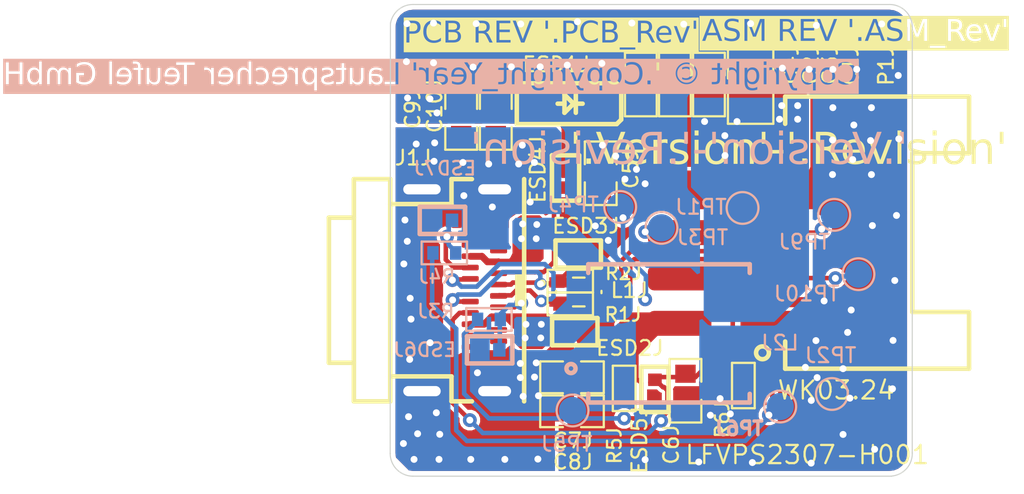
<source format=kicad_pcb>
(kicad_pcb (version 20240108) (generator "pcbnew") (generator_version "8.0")
  (layers (0 "F.Cu" signal "Component Side") (31 "B.Cu" signal "Solder Side") (34 "B.Paste" user "Bottom Paste") (35 "F.Paste" user "Top Paste") (36 "B.SilkS" user "Bottom Overlay") (37 "F.SilkS" user "Top Overlay") (38 "B.Mask" user "Bottom Solder") (39 "F.Mask" user "Top Solder") (44 "Edge.Cuts" user))
  (property "APPROVEDBY" "=SCH_Approver")
  (property "CHECKEDBY" "=SCH_Checker")
  (property "CONFIGURATIONPARAMETERS" "")
  (property "CONFIGURATORNAME" "")
  (property "DOCUMENTNUMBER" "1")
  (property "DRAWNBY" "=SCH_Designer")
  (property "ISSUE DATE" "=ISSUE_DATE")
  (property "ISUSERCONFIGURABLE" "")
  (property "MODEL NO." "=Model_NO")
  (property "REV DATE" "=REV_DATE")
  (property "SHEETSYMBOLDESIGNATOR" "")
  (property "SHEETTOTAL" "1")
  (property "SPICEMODELCACHE" "")
  (property "VERSIONCONTROL_PROJFOLDERREVNUMBER" "")
  (property "VERSIONCONTROL_PROJFOLDERREVNUMBERSHORT" "")
  (property "VERSIONCONTROL_REVNUMBER" "")
  (property "VERSIONCONTROL_REVNUMBERSHORT" "")
  (net 0 "")
  (net 1 "USB-CC1")
  (net 2 "NetESD7J_2")
  (net 3 "NetESD6J_2")
  (net 4 "USB_SBU2")
  (net 5 "USB_SBU1")
  (net 6 "USB_J_P")
  (net 7 "USB_J_N")
  (net 8 "NetJ1J_A4")
  (net 9 "NetC7J_1")
  (net 10 "VBUS_C")
  (net 11 "USB-CC2")
  (net 12 "D2_1_P")
  (net 13 "D2_1_N")
  (net 14 "GND")
  (footprint "passive.PcbLib:Teufel_NoLogo" (layer "F.Cu") (at 145.3835 101.882211)
    (property "Reference" "Teufel_PCB_Logo1K" (hide yes))
    (property "Value" "T.3.0.0040-3.2" (hide yes))
  )
  (footprint "Vault:C0603X100" (layer "F.Cu") (at 140.12831 99.613211 90)
    (property "Reference" "C9J")
    (property "Value" "1nF" (hide yes))
  )
  (footprint "Vault:DFN2_100X60X50_65" (layer "F.Cu") (at 145.13351 109.032211 180)
    (property "Reference" "ESD2J")
    (property "Value" "CESD0501CU" (hide yes))
  )
  (footprint "Vault:DFN2_100X60X50_65" (layer "F.Cu") (at 145.28351 105.607211 180)
    (property "Reference" "ESD3J")
    (property "Value" "CESD0501CU" (hide yes))
  )
  (footprint "Vault:C0805_145" (layer "F.Cu") (at 152.87911 98.165411 90)
    (property "Reference" "C1J")
    (property "Value" "2.2uF" (hide yes))
  )
  (footprint "Vault:C0603X80" (layer "F.Cu") (at 150.00851 111.632211 -90)
    (property "Reference" "C6J")
    (property "Value" "470pF" (hide yes))
  )
  (footprint "Vault:C0603X100" (layer "F.Cu") (at 141.65231 99.613211 90)
    (property "Reference" "C10J")
    (property "Value" "100nF" (hide yes))
  )
  (footprint "Vault:C0603X100" (layer "F.Cu") (at 145.00511 112.541811)
    (property "Reference" "C8J")
    (property "Value" "100nF" (hide yes))
  )
  (footprint "Vault:C0603X100" (layer "F.Cu") (at 148.04296 98.138211 90)
    (property "Reference" "C4J")
    (property "Value" "10nF" (hide yes))
  )
  (footprint "Vault:R0402" (layer "F.Cu") (at 147.3085 111.532211 90)
    (property "Reference" "R5J")
    (property "Value" "NC" (hide yes))
  )
  (footprint "Vault:CET2012D" (layer "F.Cu") (at 145.30851 107.282211)
    (property "Reference" "L1J")
    (property "Value" "90R" (hide yes))
  )
  (footprint "Vault:USB_TYPE_C_HC_0768" (layer "F.Cu") (at 138.4011 107.203611 -90)
    (property "Reference" "J1J")
    (property "Value" "NG-HC-0412" (hide yes))
  )
  (footprint "Vault:R0402" (layer "F.Cu") (at 144.93351 106.801411)
    (property "Reference" "R2J")
    (property "Value" "0R" (hide yes))
  )
  (footprint "Vault:Teufel_PCB_Rev" (layer "F.Cu") (at 129.05096 99.303611)
    (property "Reference" "Teufel_PCB_Label1J" (hide yes))
    (property "Value" "3.2" (hide yes))
  )
  (footprint "Vault:WB200AW_2x5P" (layer "F.Cu") (at 151.80096 104.663621 90)
    (property "Reference" "P1J")
    (property "Value" "WB200AW-10" (hide yes))
  )
  (footprint "Vault:DFN2_100X60X50_65" (layer "F.Cu") (at 148.66271 111.577621 -90)
    (property "Reference" "ESD5J")
    (property "Value" "CESD0501CU" (hide yes))
  )
  (footprint "Vault:R0402" (layer "F.Cu") (at 144.93351 107.807211)
    (property "Reference" "R1J")
    (property "Value" "0R" (hide yes))
  )
  (footprint "Vault:C0603X80" (layer "F.Cu") (at 146.27511 102.051611 90)
    (property "Reference" "C5J")
    (property "Value" "470pF" (hide yes))
  )
  (footprint "Vault:C0603X100" (layer "F.Cu") (at 145.00511 111.043211)
    (property "Reference" "C7J")
    (property "Value" "1nF" (hide yes))
  )
  (footprint "Vault:R0402" (layer "F.Cu") (at 152.55851 111.407211 90)
    (property "Reference" "R6J")
    (property "Value" "NC" (hide yes))
  )
  (footprint "Vault:C0603X100" (layer "F.Cu") (at 149.54296 98.138211 90)
    (property "Reference" "C2J")
    (property "Value" "100nF" (hide yes))
  )
  (footprint "Vault:SOD-123FL" (layer "F.Cu") (at 144.87811 98.978211 180)
    (property "Reference" "ESD1J")
    (property "Value" "SMF26AL" (hide yes))
  )
  (footprint "Vault:C0603X100" (layer "F.Cu") (at 151.04296 98.138211 90)
    (property "Reference" "C3J")
    (property "Value" "10nF" (hide yes))
  )
  (footprint "Vault:DFN2_100X60X50_65" (layer "F.Cu") (at 144.72571 102.254811 90)
    (property "Reference" "ESD4J")
    (property "Value" "CESD0501CU" (hide yes))
  )
  (footprint "Vault:TEUFEL_COPYRIGHT" (layer "F.Cu") (at 163.2835 115.382211 90)
    (property "Reference" "Teufel_Copyright1K" (hide yes))
    (property "Value" "2023" (hide yes))
  )
  (footprint "Vault:TP120" (layer "B.Cu") (at 157.62891 106.496611 90)
    (property "Reference" "TP10J")
    (property "Value" "TP12" (hide yes))
  )
  (footprint "Vault:DFN2_100X60X50_65" (layer "B.Cu") (at 139.3011 104.123611)
    (property "Reference" "ESD7J")
    (property "Value" "CESD0501CU" (hide yes))
  )
  (footprint "Vault:TP120" (layer "B.Cu") (at 156.56211 103.880411 90)
    (property "Reference" "TP9J")
    (property "Value" "TP12" (hide yes))
  )
  (footprint "Vault:TP120" (layer "B.Cu") (at 156.46051 111.779811 90)
    (property "Reference" "TP2J")
    (property "Value" "TP12" (hide yes))
  )
  (footprint "Vault:TP120" (layer "B.Cu") (at 152.52351 103.575611 90)
    (property "Reference" "TP1J")
    (property "Value" "TP12" (hide yes))
  )
  (footprint "Vault:TP120" (layer "B.Cu") (at 154.1835 112.332211 90)
    (property "Reference" "TP6J")
    (property "Value" "TP12" (hide yes))
  )
  (footprint "Vault:Teufel_ASM_Rev" (layer "B.Cu") (at 159.93351 109.107211 180)
    (property "Reference" "Teufel_ASM_Label1J" (hide yes))
    (property "Value" "3.2" (hide yes))
  )
  (footprint "Vault:DFN2_100X60X50_65" (layer "B.Cu") (at 141.38351 109.832211)
    (property "Reference" "ESD6J")
    (property "Value" "CESD0501CU" (hide yes))
  )
  (footprint "Vault:TP120" (layer "B.Cu") (at 147.13351 103.532211 90)
    (property "Reference" "TP4J")
    (property "Value" "TP12" (hide yes))
  )
  (footprint "Vault:R0402" (layer "B.Cu") (at 141.3511 108.490961 180)
    (property "Reference" "R3J")
    (property "Value" "0R" (hide yes))
  )
  (footprint "Vault:DU_IND_SMD_SCM7060" (layer "B.Cu") (at 149.2835 109.107211)
    (property "Reference" "L2J")
    (property "Value" "700R" (hide yes))
  )
  (footprint "Vault:TP120" (layer "B.Cu") (at 148.9511 104.452981 90)
    (property "Reference" "TP3J")
    (property "Value" "TP12" (hide yes))
  )
  (footprint "Vault:R0402" (layer "B.Cu") (at 139.3843 105.558611 180)
    (property "Reference" "R4J")
    (property "Value" "0R" (hide yes))
  )
  (footprint "Vault:TP120" (layer "B.Cu") (at 145.03351 112.507211 90)
    (property "Reference" "TP5J")
    (property "Value" "TP12" (hide yes))
  )
  (gr_poly (pts (xy 151.98338 102.263621) (xy 152.58881 102.151061) (xy 152.46548 103.012451) (xy 151.95166 102.763621)) (fill solid) (layer "F.Cu") (net 14))
  (gr_poly (pts (xy 151.65025 102.763621) (xy 151.13643 103.012451) (xy 151.0131 102.151061) (xy 151.61854 102.263621)) (fill solid) (layer "F.Cu") (net 14))
  (gr_poly (pts (xy 146.7577 98.190811) (xy 155.35096 98.190811) (xy 155.35096 101.763631) (xy 148.50171 101.763621) (xy 146.35096 99.612861) (xy 146.35096 98.597561)) (fill solid) (layer "F.Cu") (net 10))
  (gr_poly (pts (xy 142.74451 109.773211) (xy 142.76991 109.798611) (xy 143.70971 109.798611) (xy 144.00851 109.499811) (xy 144.00851 108.232211) (xy 142.38236 108.232211) (xy 142.23595 108.378621) (xy 142.05611 108.378621) (xy 142.05611 108.526011) (xy 142.51591 108.985811) (xy 142.51591 109.570011) (xy 142.74451 109.798611)) (fill solid) (layer "F.Cu") (net 8))
  (gr_poly (pts (xy 149.3335 108.257211) (xy 149.25851 108.182211) (xy 147.53351 108.182211) (xy 147.03351 108.682211) (xy 147.03351 111.157211) (xy 147.10851 111.232211) (xy 147.1335 111.207211) (xy 147.77492 111.207211) (xy 147.8085 111.173631) (xy 147.94555 111.173631) (xy 147.94555 110.045171) (xy 148.9085 109.082211) (xy 149.70851 109.082211) (xy 149.9085 108.882211) (xy 149.60851 108.582211) (xy 149.60851 108.307211)) (fill solid) (layer "F.Cu") (net 5))
  (gr_poly (pts (xy 151.14912 99.765451) (xy 151.11351 100.251471) (xy 150.50025 100.117361) (xy 150.54912 99.765451)) (fill solid) (layer "F.Cu") (net 10))
  (gr_poly (pts (xy 150.47175 99.692691) (xy 151.0131 100.151071) (xy 149.7677 100.117361) (xy 149.90628 99.975741)) (fill solid) (layer "F.Cu") (net 10))
  (gr_poly (pts (xy 152.43351 110.835061) (xy 152.75565 111.157211) (xy 153.9053 111.157211) (xy 153.9053 108.954001) (xy 153.1441 108.192811) (xy 152.4335 108.192801)) (fill solid) (layer "F.Cu") (net 4))
  (gr_poly (pts (xy 142.19644 105.958561) (xy 142.38891 105.570991) (xy 142.38891 104.148621) (xy 142.75196 103.900721) (xy 143.59152 103.900721) (xy 143.7585 104.067701) (xy 143.75851 105.812811) (xy 143.45571 106.115611) (xy 142.35351 106.115621)) (fill solid) (layer "F.Cu") (net 8))
  (gr_poly (pts (xy 150.81145 103.224111) (xy 150.25096 102.663611) (xy 150.25096 98.713611) (xy 155.45096 98.713611) (xy 155.45096 107.074361) (xy 153.9217 108.603611) (xy 151.10645 108.603611) (xy 150.81146 108.308621)) (fill solid) (layer "B.Cu") (net 10))
  (gr_poly (pts (xy 156.19639 97.713611) (xy 155.51259 97.942381) (xy 155.51259 96.984841) (xy 156.19639 97.213611)) (fill solid) (layer "B.Cu") (net 14))
  (gr_poly (pts (xy 142.65851 104.007211) (xy 144.77019 104.007211) (xy 146.7202 105.957211) (xy 147.18351 106.420521) (xy 147.18351 108.282211) (xy 146.83351 108.632211) (xy 146.00851 108.632211) (xy 144.95851 109.682211) (xy 142.63351 109.682211) (xy 142.45851 109.507211) (xy 142.45851 108.471211) (xy 142.5511 108.378611) (xy 144.0371 108.378611) (xy 144.77019 107.645531) (xy 144.77019 106.093901) (xy 144.0835 105.407211) (xy 142.68351 105.407211) (xy 142.38351 105.107211) (xy 142.38351 104.157211) (xy 142.53351 104.007211)) (fill solid) (layer "B.Cu") (net 8))
  (gr_arc (start 160.0011 114.403611) (mid 159.73972 115.077697) (end 159.092259 115.399447) (stroke (width 0.05)) (layer "Edge.Cuts"))
  (gr_line (start 159.09226 115.399451) (end 159.0743 115.403611) (stroke (width 0.05)) (layer "Edge.Cuts"))
  (gr_line (start 137.01203 95.413431) (end 137.01935 95.413436) (stroke (width 0.05)) (layer "Edge.Cuts"))
  (gr_line (start 159.0743 115.403611) (end 138.001101 115.403611) (stroke (width 0.05)) (layer "Edge.Cuts"))
  (gr_arc (start 137.01935 95.413436) (mid 137.364763 94.832174) (end 138.0011 94.603611) (stroke (width 0.05)) (layer "Edge.Cuts"))
  (gr_arc (start 159.0011 94.603611) (mid 159.708186 94.89651) (end 160.0011 95.603611) (stroke (width 0.05)) (layer "Edge.Cuts"))
  (gr_line (start 160.0011 95.603611) (end 159.99892 114.355211) (stroke (width 0.05)) (layer "Edge.Cuts"))
  (gr_line (start 159.99892 114.355211) (end 160.0011 114.403611) (stroke (width 0.05)) (layer "Edge.Cuts"))
  (gr_line (start 137.0011 114.403612) (end 137.0011 114.403611) (stroke (width 0.05)) (layer "Edge.Cuts"))
  (gr_arc (start 138.001101 115.403611) (mid 137.293973 115.110724) (end 137.0011 114.403612) (stroke (width 0.05)) (layer "Edge.Cuts"))
  (gr_line (start 138.0011 94.603611) (end 159.0011 94.603611) (stroke (width 0.05)) (layer "Edge.Cuts"))
  (gr_line (start 137.0011 114.403611) (end 137.01203 95.413431) (stroke (width 0.05)) (layer "Edge.Cuts"))
  (gr_line (start 159.092259 115.399447) (end 159.09226 115.399451) (stroke (width 0.05)) (layer "Edge.Cuts"))
  (gr_text "WK03.24" (at 154.00851 112.080211 0) (layer "F.SilkS") (effects (font (size 0.8 0.8) (thickness 0.1)) (justify left bottom)))
  (gr_text "LFVPS2307-H001" (at 149.93351 114.930211 0) (layer "F.SilkS") (effects (font (size 0.8 0.8) (thickness 0.1)) (justify left bottom)))
  (segment (start 145.05096 102.663611) (end 146.27511 102.663611) (width 0.2) (layer "F.Cu") (net 1))
  (segment (start 144.72571 102.688611) (end 145.05096 102.688611) (width 0.2) (layer "F.Cu") (net 1))
  (segment (start 144.21771 102.971971) (end 144.33486 102.854811) (width 0.2) (layer "F.Cu") (net 1))
  (segment (start 148.23351 107.607211) (end 148.23351 106.907211) (width 0.2) (layer "F.Cu") (net 1))
  (segment (start 143.38226 106.403611) (end 143.7621 106.403611) (width 0.2) (layer "F.Cu") (net 1))
  (segment (start 147.18013 103.928841) (end 147.18013 103.651691) (width 0.2) (layer "F.Cu") (net 1))
  (segment (start 143.37726 106.408611) (end 143.38226 106.403611) (width 0.2) (layer "F.Cu") (net 1))
  (segment (start 143.7621 106.403611) (end 144.21771 105.948011) (width 0.2) (layer "F.Cu") (net 1))
  (segment (start 148.23351 106.907211) (end 148.47711 106.663611) (width 0.2) (layer "F.Cu") (net 1))
  (segment (start 147.18013 103.928841) (end 147.2585 104.007211) (width 0.2) (layer "F.Cu") (net 1))
  (segment (start 144.33486 102.854811) (end 144.55951 102.854811) (width 0.2) (layer "F.Cu") (net 1))
  (segment (start 142.0561 106.453611) (end 142.1011 106.408611) (width 0.2) (layer "F.Cu") (net 1))
  (segment (start 148.47711 106.663611) (end 149.75096 106.663611) (width 0.2) (layer "F.Cu") (net 1))
  (segment (start 146.27511 102.796661) (end 146.32511 102.796661) (width 0.2) (layer "F.Cu") (net 1))
  (segment (start 141.7761 106.453611) (end 142.0561 106.453611) (width 0.2) (layer "F.Cu") (net 1))
  (segment (start 144.21771 105.948011) (end 144.21771 102.971971) (width 0.2) (layer "F.Cu") (net 1))
  (segment (start 142.1011 106.408611) (end 143.37726 106.408611) (width 0.2) (layer "F.Cu") (net 1))
  (segment (start 144.55951 102.854811) (end 144.72571 102.688611) (width 0.2) (layer "F.Cu") (net 1))
  (segment (start 146.32511 102.796661) (end 147.18013 103.651691) (width 0.2) (layer "F.Cu") (net 1))
  (via (at 147.2585 104.007211) (size 0.6096) (drill 0.3048) (layers "F.Cu" "B.Cu") (net 1))
  (via (at 148.23351 107.607211) (size 0.6096) (drill 0.3048) (layers "F.Cu" "B.Cu") (net 1))
  (segment (start 148.23351 107.607211) (end 148.26578 107.574931) (width 0.2) (layer "B.Cu") (net 1))
  (segment (start 147.2585 105.557201) (end 148.26578 106.564481) (width 0.2) (layer "B.Cu") (net 1))
  (segment (start 147.13351 104.132211) (end 147.13351 103.532211) (width 0.2) (layer "B.Cu") (net 1))
  (segment (start 148.26578 107.574931) (end 148.26578 106.564481) (width 0.2) (layer "B.Cu") (net 1))
  (segment (start 147.13351 104.132211) (end 147.2585 104.007211) (width 0.2) (layer "B.Cu") (net 1))
  (segment (start 147.2585 105.557201) (end 147.2585 104.007211) (width 0.2) (layer "B.Cu") (net 1))
  (segment (start 139.4511 105.858611) (end 139.79611 106.203611) (width 0.2) (layer "F.Cu") (net 2))
  (segment (start 139.79611 106.203611) (end 140.5261 106.203611) (width 0.2) (layer "F.Cu") (net 2))
  (segment (start 139.4511 105.858611) (end 139.4511 104.893611) (width 0.2) (layer "F.Cu") (net 2))
  (segment (start 139.4511 104.893611) (end 139.5011 104.843611) (width 0.2) (layer "F.Cu") (net 2))
  (via (at 139.5011 104.843611) (size 0.6096) (drill 0.3048) (layers "F.Cu" "B.Cu") (net 2))
  (segment (start 139.5011 104.843611) (end 139.57948 104.921981) (width 0.2) (layer "B.Cu") (net 2))
  (segment (start 139.57948 105.203781) (end 139.57948 104.921981) (width 0.2) (layer "B.Cu") (net 2))
  (segment (start 139.5011 104.843611) (end 139.57948 104.765241) (width 0.2) (layer "B.Cu") (net 2))
  (segment (start 139.57948 105.203781) (end 139.8843 105.508611) (width 0.2) (layer "B.Cu") (net 2))
  (segment (start 139.57948 104.765241) (end 139.57948 104.270241) (width 0.2) (layer "B.Cu") (net 2))
  (segment (start 139.57948 104.270241) (end 139.7261 104.123611) (width 0.2) (layer "B.Cu") (net 2))
  (segment (start 139.8843 105.558611) (end 139.8843 105.508611) (width 0.2) (layer "B.Cu") (net 2))
  (segment (start 142.66527 107.773811) (end 142.77611 107.773811) (width 0.2) (layer "F.Cu") (net 3))
  (segment (start 142.48547 107.953621) (end 142.66527 107.773811) (width 0.2) (layer "F.Cu") (net 3))
  (segment (start 141.7761 107.953621) (end 142.48547 107.953621) (width 0.2) (layer "F.Cu") (net 3))
  (via (at 142.77611 107.773811) (size 0.6096) (drill 0.3048) (layers "F.Cu" "B.Cu") (net 3))
  (segment (start 141.8298 109.810911) (end 141.8298 108.512261) (width 0.2) (layer "B.Cu") (net 3))
  (segment (start 141.8298 108.512261) (end 141.8511 108.490961) (width 0.2) (layer "B.Cu") (net 3))
  (segment (start 142.69773 107.852191) (end 142.77611 107.773811) (width 0.2) (layer "B.Cu") (net 3))
  (segment (start 141.7511 108.358611) (end 142.25753 107.852191) (width 0.2) (layer "B.Cu") (net 3))
  (segment (start 141.7011 108.358611) (end 141.7511 108.358611) (width 0.2) (layer "B.Cu") (net 3))
  (segment (start 142.25753 107.852191) (end 142.69773 107.852191) (width 0.2) (layer "B.Cu") (net 3))
  (segment (start 141.80851 109.832211) (end 141.8298 109.810911) (width 0.2) (layer "B.Cu") (net 3))
  (segment (start 153.68351 110.907211) (end 153.83351 111.057211) (width 0.2) (layer "F.Cu") (net 4))
  (segment (start 152.55851 110.907211) (end 153.68351 110.907211) (width 0.2) (layer "F.Cu") (net 4))
  (segment (start 153.09567 108.663611) (end 153.85096 108.663611) (width 0.2) (layer "F.Cu") (net 4))
  (segment (start 153.68351 112.707211) (end 153.83351 112.557211) (width 0.2) (layer "F.Cu") (net 4))
  (segment (start 152.55851 110.907211) (end 152.55851 109.200781) (width 0.2) (layer "F.Cu") (net 4))
  (segment (start 153.83351 112.557211) (end 153.83351 111.057211) (width 0.2) (layer "F.Cu") (net 4))
  (segment (start 152.55851 109.200781) (end 153.09567 108.663611) (width 0.2) (layer "F.Cu") (net 4))
  (segment (start 152.50851 110.907211) (end 152.55851 110.907211) (width 0.2) (layer "F.Cu") (net 4))
  (via (at 153.68351 112.707211) (size 0.6096) (drill 0.3048) (layers "F.Cu" "B.Cu") (net 4))
  (segment (start 140.37567 113.849371) (end 152.64135 113.849371) (width 0.2) (layer "B.Cu") (net 4))
  (segment (start 138.8508 107.847781) (end 139.9085 108.905481) (width 0.2) (layer "B.Cu") (net 4))
  (segment (start 138.8508 107.847781) (end 138.8508 105.392111) (width 0.2) (layer "B.Cu") (net 4))
  (segment (start 139.9085 113.382211) (end 139.9085 108.905481) (width 0.2) (layer "B.Cu") (net 4))
  (segment (start 152.64135 113.849371) (end 153.6085 112.882211) (width 0.2) (layer "B.Cu") (net 4))
  (segment (start 138.8508 105.392111) (end 138.8843 105.358611) (width 0.2) (layer "B.Cu") (net 4))
  (segment (start 139.9085 113.382211) (end 140.37567 113.849371) (width 0.2) (layer "B.Cu") (net 4))
  (segment (start 148.11638 108.663611) (end 149.75096 108.663611) (width 0.2) (layer "F.Cu") (net 5))
  (segment (start 148.06271 112.740051) (end 148.06271 111.290791) (width 0.2) (layer "F.Cu") (net 5))
  (segment (start 147.3085 112.857211) (end 147.94555 112.857211) (width 0.2) (layer "F.Cu") (net 5))
  (segment (start 147.32278 109.457211) (end 148.11638 108.663611) (width 0.2) (layer "F.Cu") (net 5))
  (segment (start 147.32278 111.032211) (end 147.32278 109.457211) (width 0.2) (layer "F.Cu") (net 5))
  (segment (start 147.94555 111.173631) (end 148.06271 111.290791) (width 0.2) (layer "F.Cu") (net 5))
  (segment (start 147.3085 111.032211) (end 147.44992 111.173631) (width 0.2) (layer "F.Cu") (net 5))
  (segment (start 147.44992 111.173631) (end 147.94555 111.173631) (width 0.2) (layer "F.Cu") (net 5))
  (segment (start 147.94555 112.857211) (end 148.06271 112.740051) (width 0.2) (layer "F.Cu") (net 5))
  (via (at 147.3085 112.857211) (size 0.6096) (drill 0.3048) (layers "F.Cu" "B.Cu") (net 5))
  (segment (start 144.41635 112.857211) (end 144.57329 112.700271) (width 0.2) (layer "B.Cu") (net 5))
  (segment (start 145.49373 112.700271) (end 145.65066 112.857211) (width 0.2) (layer "B.Cu") (net 5))
  (segment (start 141.35011 112.857211) (end 144.41635 112.857211) (width 0.2) (layer "B.Cu") (net 5))
  (segment (start 145.19044 112.700271) (end 145.49373 112.700271) (width 0.2) (layer "B.Cu") (net 5))
  (segment (start 140.2585 109.133561) (end 140.8511 108.540961) (width 0.2) (layer "B.Cu") (net 5))
  (segment (start 145.03351 112.857211) (end 145.19044 112.700271) (width 0.2) (layer "B.Cu") (net 5))
  (segment (start 144.87657 112.700271) (end 145.03351 112.857211) (width 0.2) (layer "B.Cu") (net 5))
  (segment (start 140.2585 111.765611) (end 141.35011 112.857211) (width 0.2) (layer "B.Cu") (net 5))
  (segment (start 140.8511 108.540961) (end 140.8511 108.490961) (width 0.2) (layer "B.Cu") (net 5))
  (segment (start 144.57329 112.700271) (end 144.87657 112.700271) (width 0.2) (layer "B.Cu") (net 5))
  (segment (start 140.2585 111.765611) (end 140.2585 109.133561) (width 0.2) (layer "B.Cu") (net 5))
  (segment (start 145.65066 112.857211) (end 147.3085 112.857211) (width 0.2) (layer "B.Cu") (net 5))
  (segment (start 147.18351 106.932211) (end 147.18351 105.908831) (width 0.2) (layer "F.Cu") (net 6))
  (segment (start 146.18581 106.878611) (end 146.51081 107.203621) (width 0.2) (layer "F.Cu") (net 6))
  (segment (start 146.51081 107.203621) (end 146.9121 107.203621) (width 0.2) (layer "F.Cu") (net 6))
  (segment (start 146.9121 107.203621) (end 147.18351 106.932211) (width 0.2) (layer "F.Cu") (net 6))
  (segment (start 147.18351 105.908831) (end 147.61013 105.482211) (width 0.2) (layer "F.Cu") (net 6))
  (segment (start 151.63111 104.663611) (end 151.74235 104.774851) (width 0.2) (layer "F.Cu") (net 6))
  (segment (start 149.75096 104.663611) (end 151.63111 104.663611) (width 0.2) (layer "F.Cu") (net 6))
  (segment (start 151.74235 105.011231) (end 151.74235 104.774851) (width 0.2) (layer "F.Cu") (net 6))
  (segment (start 151.27137 105.482211) (end 151.74235 105.011231) (width 0.2) (layer "F.Cu") (net 6))
  (segment (start 147.61013 105.482211) (end 151.27137 105.482211) (width 0.2) (layer "F.Cu") (net 6))
  (segment (start 145.63581 106.878611) (end 146.18581 106.878611) (width 0.2) (layer "F.Cu") (net 6))
  (via (at 148.23351 104.632211) (size 0.6096) (drill 0.3048) (layers "F.Cu" "B.Cu") (net 6))
  (segment (start 147.57411 107.036581) (end 147.57411 106.013211) (width 0.2) (layer "F.Cu") (net 7))
  (segment (start 147.05707 107.553621) (end 147.57411 107.036581) (width 0.2) (layer "F.Cu") (net 7))
  (segment (start 151.41635 105.832211) (end 152.09235 105.156201) (width 0.2) (layer "F.Cu") (net 7))
  (segment (start 146.36584 107.553621) (end 147.05707 107.553621) (width 0.2) (layer "F.Cu") (net 7))
  (segment (start 155.7411 104.663611) (end 155.8011 104.603611) (width 0.2) (layer "F.Cu") (net 7))
  (segment (start 147.57411 106.013211) (end 147.75511 105.832211) (width 0.2) (layer "F.Cu") (net 7))
  (segment (start 152.09235 104.774851) (end 152.20359 104.663611) (width 0.2) (layer "F.Cu") (net 7))
  (segment (start 145.63581 107.728611) (end 146.18581 107.728611) (width 0.2) (layer "F.Cu") (net 7))
  (segment (start 152.20359 104.663611) (end 153.85096 104.663611) (width 0.2) (layer "F.Cu") (net 7))
  (segment (start 153.85096 104.663611) (end 155.7411 104.663611) (width 0.2) (layer "F.Cu") (net 7))
  (segment (start 147.75511 105.832211) (end 151.41635 105.832211) (width 0.2) (layer "F.Cu") (net 7))
  (segment (start 146.36332 107.551101) (end 146.36584 107.553621) (width 0.2) (layer "F.Cu") (net 7))
  (segment (start 146.18581 107.728611) (end 146.36332 107.551101) (width 0.2) (layer "F.Cu") (net 7))
  (segment (start 152.09235 105.156201) (end 152.09235 104.774851) (width 0.2) (layer "F.Cu") (net 7))
  (via (at 156.00851 104.507211) (size 0.6096) (drill 0.3048) (layers "F.Cu" "B.Cu") (net 7))
  (segment (start 142.9835 108.782211) (end 142.9835 108.557211) (width 0.3) (layer "F.Cu") (net 8))
  (segment (start 142.9835 108.782211) (end 143.18351 108.582211) (width 0.3) (layer "F.Cu") (net 8))
  (segment (start 141.04271 105.709211) (end 141.28711 105.953611) (width 0.3) (layer "F.Cu") (net 8))
  (segment (start 140.5317 105.709211) (end 141.04271 105.709211) (width 0.3) (layer "F.Cu") (net 8))
  (segment (start 141.7761 108.378621) (end 142.05611 108.378621) (width 0.3) (layer "F.Cu") (net 8))
  (segment (start 143.4585 108.582211) (end 143.65851 108.782211) (width 0.3) (layer "F.Cu") (net 8))
  (segment (start 141.28711 105.953611) (end 141.7761 105.953611) (width 0.3) (layer "F.Cu") (net 8))
  (segment (start 140.5261 108.703611) (end 141.13845 108.703611) (width 0.3) (layer "F.Cu") (net 8))
  (segment (start 141.46345 108.378621) (end 141.7761 108.378621) (width 0.3) (layer "F.Cu") (net 8))
  (segment (start 142.7835 105.487431) (end 142.7835 104.932211) (width 0.3) (layer "F.Cu") (net 8))
  (segment (start 141.7761 105.953611) (end 141.7857 105.963211) (width 0.3) (layer "F.Cu") (net 8))
  (segment (start 142.08111 108.378611) (end 142.80491 108.378611) (width 0.3) (layer "F.Cu") (net 8))
  (segment (start 142.80491 108.378611) (end 142.9835 108.557211) (width 0.3) (layer "F.Cu") (net 8))
  (segment (start 143.18351 108.582211) (end 143.4585 108.582211) (width 0.3) (layer "F.Cu") (net 8))
  (segment (start 141.7857 105.963211) (end 142.30773 105.963211) (width 0.3) (layer "F.Cu") (net 8))
  (segment (start 142.30773 105.963211) (end 142.7835 105.487431) (width 0.3) (layer "F.Cu") (net 8))
  (segment (start 141.13845 108.703611) (end 141.46345 108.378621) (width 0.3) (layer "F.Cu") (net 8))
  (via (at 143.65851 108.707211) (size 0.6) (drill 0.3) (layers "F.Cu" "B.Cu") (net 8))
  (via (at 143.4585 104.307211) (size 0.6) (drill 0.3) (layers "F.Cu" "B.Cu") (net 8))
  (via (at 143.43351 104.932211) (size 0.6) (drill 0.3) (layers "F.Cu" "B.Cu") (net 8))
  (via (at 142.94771 109.307211) (size 0.6) (drill 0.3) (layers "F.Cu" "B.Cu") (net 8))
  (via (at 143.63351 109.307211) (size 0.6) (drill 0.3) (layers "F.Cu" "B.Cu") (net 8))
  (via (at 142.7835 104.932211) (size 0.6) (drill 0.3) (layers "F.Cu" "B.Cu") (net 8))
  (via (at 142.9835 108.707211) (size 0.6) (drill 0.3) (layers "F.Cu" "B.Cu") (net 8))
  (via (at 142.8335 104.282211) (size 0.6) (drill 0.3) (layers "F.Cu" "B.Cu") (net 8))
  (via (at 137.7534 105.045611) (size 0.6096) (drill 0.3048) (layers "F.Cu" "B.Cu") (net 9))
  (via (at 137.85925 110.255611) (size 0.6096) (drill 0.3048) (layers "F.Cu" "B.Cu") (net 9))
  (via (at 142.05096 114.663611) (size 0.6096) (drill 0.3048) (layers "F.Cu" "B.Cu") (net 9))
  (via (at 137.80851 112.782211) (size 0.6096) (drill 0.3048) (layers "F.Cu" "B.Cu") (net 9))
  (via (at 142.65987 101.636771) (size 0.6096) (drill 0.3048) (layers "F.Cu" "B.Cu") (net 9))
  (via (at 138.20851 113.532211) (size 0.6096) (drill 0.3048) (layers "F.Cu" "B.Cu") (net 9))
  (via (at 138.14711 100.756211) (size 0.6096) (drill 0.3048) (layers "F.Cu" "B.Cu") (net 9))
  (via (at 137.58351 113.964211) (size 0.6096) (drill 0.3048) (layers "F.Cu" "B.Cu") (net 9))
  (via (at 142.82071 100.807011) (size 0.6096) (drill 0.3048) (layers "F.Cu" "B.Cu") (net 9))
  (via (at 138.75671 109.519211) (size 0.6096) (drill 0.3048) (layers "F.Cu" "B.Cu") (net 9))
  (via (at 137.8801 107.558611) (size 0.6096) (drill 0.3048) (layers "F.Cu" "B.Cu") (net 9))
  (via (at 139.15096 114.663611) (size 0.6096) (drill 0.3048) (layers "F.Cu" "B.Cu") (net 9))
  (via (at 137.91851 108.477811) (size 0.6096) (drill 0.3048) (layers "F.Cu" "B.Cu") (net 9))
  (via (at 137.6509 104.108611) (size 0.6096) (drill 0.3048) (layers "F.Cu" "B.Cu") (net 9))
  (via (at 140.55096 114.663611) (size 0.6096) (drill 0.3048) (layers "F.Cu" "B.Cu") (net 9))
  (via (at 143.50651 114.650011) (size 0.6096) (drill 0.3048) (layers "F.Cu" "B.Cu") (net 9))
  (via (at 139.0335 112.607211) (size 0.6096) (drill 0.3048) (layers "F.Cu" "B.Cu") (net 9))
  (via (at 140.2461 103.033611) (size 0.6096) (drill 0.3048) (layers "F.Cu" "B.Cu") (net 9))
  (via (at 139.1835 113.557211) (size 0.6096) (drill 0.3048) (layers "F.Cu" "B.Cu") (net 9))
  (via (at 142.73351 110.432211) (size 0.6096) (drill 0.3048) (layers "F.Cu" "B.Cu") (net 9))
  (via (at 143.43351 110.407211) (size 0.6096) (drill 0.3048) (layers "F.Cu" "B.Cu") (net 9))
  (via (at 138.95991 100.705411) (size 0.6096) (drill 0.3048) (layers "F.Cu" "B.Cu") (net 9))
  (via (at 143.53351 111.857211) (size 0.6096) (drill 0.3048) (layers "F.Cu" "B.Cu") (net 9))
  (via (at 141.5011 103.533611) (size 0.6096) (drill 0.3048) (layers "F.Cu" "B.Cu") (net 9))
  (via (at 140.20451 101.569011) (size 0.6096) (drill 0.3048) (layers "F.Cu" "B.Cu") (net 9))
  (via (at 138.05096 114.663611) (size 0.6096) (drill 0.3048) (layers "F.Cu" "B.Cu") (net 9))
  (via (at 143.35411 101.569011) (size 0.6096) (drill 0.3048) (layers "F.Cu" "B.Cu") (net 9))
  (via (at 138.93451 101.518211) (size 0.6096) (drill 0.3048) (layers "F.Cu" "B.Cu") (net 9))
  (via (at 140.84445 110.843611) (size 0.6096) (drill 0.3048) (layers "F.Cu" "B.Cu") (net 9))
  (via (at 142.73351 111.057211) (size 0.6096) (drill 0.3048) (layers "F.Cu" "B.Cu") (net 9))
  (via (at 137.60242 106.044441) (size 0.6096) (drill 0.3048) (layers "F.Cu" "B.Cu") (net 9))
  (via (at 143.35851 111.032211) (size 0.6096) (drill 0.3048) (layers "F.Cu" "B.Cu") (net 9))
  (via (at 141.33907 101.636771) (size 0.6096) (drill 0.3048) (layers "F.Cu" "B.Cu") (net 9))
  (via (at 142.85851 111.882211) (size 0.6096) (drill 0.3048) (layers "F.Cu" "B.Cu") (net 9))
  (via (at 143.1659 103.315881) (size 0.6096) (drill 0.3048) (layers "F.Cu" "B.Cu") (net 9))
  (segment (start 149.90213 100.512441) (end 150.86724 100.512441) (width 0.6) (layer "F.Cu") (net 10))
  (segment (start 151.75226 99.865451) (end 152.45172 99.865451) (width 0.6) (layer "F.Cu") (net 10))
  (segment (start 151.19972 99.847341) (end 151.73975 100.387361) (width 0.6) (layer "F.Cu") (net 10))
  (segment (start 151.74419 101.254241) (end 151.75096 101.261021) (width 0.6) (layer "F.Cu") (net 10))
  (segment (start 148.66655 100.079201) (end 148.85681 100.269471) (width 0.6) (layer "F.Cu") (net 10))
  (segment (start 148.05356 100.124271) (end 148.3429 100.413611) (width 0.6) (layer "F.Cu") (net 10))
  (segment (start 150.95096 99.763611) (end 151.65042 99.763611) (width 0.6) (layer "F.Cu") (net 10))
  (segment (start 154.15096 99.663611) (end 154.15279 99.661781) (width 0.6) (layer "F.Cu") (net 10))
  (segment (start 154.05096 100.438311) (end 154.87626 101.263611) (width 0.6) (layer "F.Cu") (net 10))
  (segment (start 154.20096 100.063611) (end 154.54836 100.063611) (width 0.6) (layer "F.Cu") (net 10))
  (segment (start 150.11841 99.763611) (end 150.73468 100.379891) (width 0.6) (layer "F.Cu") (net 10))
  (segment (start 148.05356 100.124271) (end 148.05356 100.079201) (width 0.6) (layer "F.Cu") (net 10))
  (segment (start 154.17626 100.438311) (end 154.20096 100.413611) (width 0.6) (layer "F.Cu") (net 10))
  (segment (start 150.11841 99.763611) (end 150.68351 99.763611) (width 0.6) (layer "F.Cu") (net 10))
  (segment (start 154.94836 99.063611) (end 154.95096 99.063611) (width 0.6) (layer "F.Cu") (net 10))
  (segment (start 150.68351 100.685861) (end 150.85096 100.518411) (width 0.6) (layer "F.Cu") (net 10))
  (segment (start 148.85681 100.269471) (end 149.25096 100.663611) (width 0.6) (layer "F.Cu") (net 10))
  (segment (start 151.75096 101.263611) (end 151.75096 101.261021) (width 0.6) (layer "F.Cu") (net 10))
  (segment (start 151.75096 101.263611) (end 152.40096 101.263611) (width 0.6) (layer "F.Cu") (net 10))
  (segment (start 151.74235 100.387361) (end 151.74419 100.389201) (width 0.6) (layer "F.Cu") (net 10))
  (segment (start 154.25096 99.063611) (end 154.95096 99.063611) (width 0.6) (layer "F.Cu") (net 10))
  (segment (start 153.10473 99.112441) (end 153.30473 99.112441) (width 0.6) (layer "F.Cu") (net 10))
  (segment (start 154.20096 100.413611) (end 154.20096 100.063611) (width 0.6) (layer "F.Cu") (net 10))
  (segment (start 152.27987 99.767251) (end 152.93288 99.114241) (width 0.6) (layer "F.Cu") (net 10))
  (segment (start 148.3429 100.413611) (end 148.65096 100.413611) (width 0.6) (layer "F.Cu") (net 10))
  (segment (start 154.05096 100.438311) (end 154.17626 100.438311) (width 0.6) (layer "F.Cu") (net 10))
  (segment (start 148.05356 100.079201) (end 148.66655 100.079201) (width 0.6) (layer "F.Cu") (net 10))
  (segment (start 154.94836 99.663611) (end 154.95096 99.663611) (width 0.6) (layer "F.Cu") (net 10))
  (segment (start 148.71267 99.904501) (end 148.85096 99.766211) (width 0.6) (layer "F.Cu") (net 10))
  (segment (start 150.84912 100.265451) (end 150.84912 99.765451) (width 0.6) (layer "F.Cu") (net 10))
  (segment (start 153.30473 99.112441) (end 153.50836 98.908821) (width 0.6) (layer "F.Cu") (net 10))
  (segment (start 154.20096 99.713611) (end 154.29836 99.713611) (width 0.6) (layer "F.Cu") (net 10))
  (segment (start 154.15279 99.661781) (end 154.15279 99.164371) (width 0.6) (layer "F.Cu") (net 10))
  (segment (start 154.54836 100.063611) (end 154.94836 99.663611) (width 0.6) (layer "F.Cu") (net 10))
  (segment (start 148.71267 100.508811) (end 148.71267 100.475321) (width 0.6) (layer "F.Cu") (net 10))
  (segment (start 149.75096 100.663611) (end 149.90213 100.512441) (width 0.6) (layer "F.Cu") (net 10))
  (segment (start 150.76724 99.847341) (end 151.19972 99.847341) (width 0.6) (layer "F.Cu") (net 10))
  (segment (start 154.29836 99.713611) (end 154.94836 99.063611) (width 0.6) (layer "F.Cu") (net 10))
  (segment (start 154.24836 99.063611) (end 154.25096 99.063611) (width 0.6) (layer "F.Cu") (net 10))
  (segment (start 153.50836 98.908821) (end 154.09356 98.908821) (width 0.6) (layer "F.Cu") (net 10))
  (segment (start 148.85096 99.763611) (end 149.75096 99.763611) (width 0.6) (layer "F.Cu") (net 10))
  (segment (start 154.20096 100.063611) (end 154.20096 99.713611) (width 0.6) (layer "F.Cu") (net 10))
  (segment (start 150.68351 99.763611) (end 150.76724 99.847341) (width 0.6) (layer "F.Cu") (net 10))
  (segment (start 149.75096 99.763611) (end 150.11841 99.763611) (width 0.6) (layer "F.Cu") (net 10))
  (segment (start 154.09356 98.908821) (end 154.24836 99.063611) (width 0.6) (layer "F.Cu") (net 10))
  (segment (start 150.85096 100.518411) (end 150.86724 100.518411) (width 0.6) (layer "F.Cu") (net 10))
  (segment (start 152.93906 100.063611) (end 154.20096 100.063611) (width 0.6) (layer "F.Cu") (net 10))
  (segment (start 154.15279 99.164371) (end 154.25096 99.066211) (width 0.6) (layer "F.Cu") (net 10))
  (segment (start 154.25096 99.066211) (end 154.25096 99.063611) (width 0.6) (layer "F.Cu") (net 10))
  (segment (start 151.74419 101.254241) (end 151.74419 100.389201) (width 0.6) (layer "F.Cu") (net 10))
  (segment (start 152.45096 100.063611) (end 152.93906 100.063611) (width 0.6) (layer "F.Cu") (net 10))
  (segment (start 151.65042 99.763611) (end 151.75226 99.865451) (width 0.6) (layer "F.Cu") (net 10))
  (segment (start 152.40096 101.263611) (end 153.12596 100.538611) (width 0.6) (layer "F.Cu") (net 10))
  (segment (start 148.65096 100.413611) (end 148.71267 100.475321) (width 0.6) (layer "F.Cu") (net 10))
  (segment (start 150.68351 100.696171) (end 150.68351 100.685861) (width 0.6) (layer "F.Cu") (net 10))
  (segment (start 151.73975 100.387361) (end 151.74235 100.387361) (width 0.6) (layer "F.Cu") (net 10))
  (segment (start 149.25096 100.663611) (end 149.75096 100.663611) (width 0.6) (layer "F.Cu") (net 10))
  (segment (start 148.85096 99.766211) (end 148.85096 99.763611) (width 0.6) (layer "F.Cu") (net 10))
  (segment (start 153.12596 100.538611) (end 153.77596 100.538611) (width 0.6) (layer "F.Cu") (net 10))
  (segment (start 150.84912 99.765451) (end 150.85096 99.763611) (width 0.6) (layer "F.Cu") (net 10))
  (segment (start 148.71267 100.063611) (end 148.71267 99.904501) (width 0.6) (layer "F.Cu") (net 10))
  (segment (start 150.86724 100.518411) (end 150.86724 100.512441) (width 0.6) (layer "F.Cu") (net 10))
  (via (at 151.74235 100.387361) (size 0.6096) (drill 0.3048) (layers "F.Cu" "B.Cu") (net 10))
  (via (at 154.95096 99.063611) (size 0.6096) (drill 0.3048) (layers "F.Cu" "B.Cu") (net 10))
  (via (at 154.15096 99.663611) (size 0.6096) (drill 0.3048) (layers "F.Cu" "B.Cu") (net 10))
  (via (at 150.85096 99.763611) (size 0.6096) (drill 0.3048) (layers "F.Cu" "B.Cu") (net 10))
  (via (at 154.95096 99.663611) (size 0.6096) (drill 0.3048) (layers "F.Cu" "B.Cu") (net 10))
  (via (at 154.25096 99.063611) (size 0.6096) (drill 0.3048) (layers "F.Cu" "B.Cu") (net 10))
  (via (at 152.27911 99.765411) (size 0.6096) (drill 0.3048) (layers "F.Cu" "B.Cu") (net 10))
  (via (at 151.75096 101.263611) (size 0.6096) (drill 0.3048) (layers "F.Cu" "B.Cu") (net 10))
  (segment (start 153.85096 106.663611) (end 153.85636 106.669011) (width 0.2) (layer "F.Cu") (net 11))
  (segment (start 152.09171 109.392211) (end 152.09171 106.928411) (width 0.2) (layer "F.Cu") (net 11))
  (segment (start 148.46271 111.274081) (end 148.80917 111.274081) (width 0.2) (layer "F.Cu") (net 11))
  (segment (start 140.0573 108.202411) (end 140.5249 108.202411) (width 0.2) (layer "F.Cu") (net 11))
  (segment (start 150.44915 111.034761) (end 152.09171 109.392211) (width 0.2) (layer "F.Cu") (net 11))
  (segment (start 153.85636 106.669011) (end 156.60751 106.669011) (width 0.2) (layer "F.Cu") (net 11))
  (segment (start 149.2127 112.567171) (end 149.2127 111.624071) (width 0.2) (layer "F.Cu") (net 11))
  (segment (start 140.5249 108.202411) (end 140.5261 108.203611) (width 0.2) (layer "F.Cu") (net 11))
  (segment (start 148.86591 111.034761) (end 150.44915 111.034761) (width 0.2) (layer "F.Cu") (net 11))
  (segment (start 148.93351 112.846371) (end 149.2127 112.567171) (width 0.2) (layer "F.Cu") (net 11))
  (segment (start 139.7511 112.174811) (end 140.50851 112.932211) (width 0.2) (layer "F.Cu") (net 11))
  (segment (start 149.01271 111.477621) (end 149.06626 111.477621) (width 0.2) (layer "F.Cu") (net 11))
  (segment (start 148.80917 111.274081) (end 149.01271 111.477621) (width 0.2) (layer "F.Cu") (net 11))
  (segment (start 139.7511 108.508611) (end 140.0573 108.202411) (width 0.2) (layer "F.Cu") (net 11))
  (segment (start 148.93351 112.957211) (end 148.93351 112.846371) (width 0.2) (layer "F.Cu") (net 11))
  (segment (start 139.7511 112.174811) (end 139.7511 108.508611) (width 0.2) (layer "F.Cu") (net 11))
  (segment (start 152.09171 106.928411) (end 152.3565 106.663611) (width 0.2) (layer "F.Cu") (net 11))
  (segment (start 140.50851 112.932211) (end 140.61382 112.932211) (width 0.2) (layer "F.Cu") (net 11))
  (segment (start 152.3565 106.663611) (end 153.85096 106.663611) (width 0.2) (layer "F.Cu") (net 11))
  (segment (start 149.06626 111.477621) (end 149.2127 111.624071) (width 0.2) (layer "F.Cu") (net 11))
  (segment (start 156.60751 106.669011) (end 156.61291 106.674411) (width 0.2) (layer "F.Cu") (net 11))
  (via (at 140.50851 112.932211) (size 0.6096) (drill 0.3048) (layers "F.Cu" "B.Cu") (net 11))
  (via (at 148.93351 112.957211) (size 0.6096) (drill 0.3048) (layers "F.Cu" "B.Cu") (net 11))
  (via (at 156.61291 106.674411) (size 0.6096) (drill 0.3048) (layers "F.Cu" "B.Cu") (net 11))
  (segment (start 156.61291 106.674411) (end 156.69128 106.596041) (width 0.2) (layer "B.Cu") (net 11))
  (segment (start 141.07566 113.499371) (end 148.39134 113.499371) (width 0.2) (layer "B.Cu") (net 11))
  (segment (start 148.39134 113.499371) (end 148.93351 112.957211) (width 0.2) (layer "B.Cu") (net 11))
  (segment (start 157.52948 106.596041) (end 157.62891 106.496611) (width 0.2) (layer "B.Cu") (net 11))
  (segment (start 140.50851 112.932211) (end 141.07566 113.499371) (width 0.2) (layer "B.Cu") (net 11))
  (segment (start 156.69128 106.596041) (end 157.52948 106.596041) (width 0.2) (layer "B.Cu") (net 11))
  (segment (start 144.43351 106.801411) (end 144.8585 106.376411) (width 0.2) (layer "F.Cu") (net 12))
  (segment (start 143.61959 106.928611) (end 143.6428 106.905411) (width 0.2) (layer "F.Cu") (net 12))
  (segment (start 142.31673 106.953611) (end 142.40133 106.869021) (width 0.2) (layer "F.Cu") (net 12))
  (segment (start 143.6428 106.905411) (end 144.32951 106.905411) (width 0.2) (layer "F.Cu") (net 12))
  (segment (start 139.7011 107.583611) (end 139.7511 107.633611) (width 0.2) (layer "F.Cu") (net 12))
  (segment (start 140.5261 107.703611) (end 140.74263 107.703611) (width 0.2) (layer "F.Cu") (net 12))
  (segment (start 139.7511 107.633611) (end 139.82111 107.703611) (width 0.2) (layer "F.Cu") (net 12))
  (segment (start 144.8585 106.376411) (end 144.8585 105.607211) (width 0.2) (layer "F.Cu") (net 12))
  (segment (start 143.56 106.869021) (end 143.61959 106.928611) (width 0.2) (layer "F.Cu") (net 12))
  (segment (start 144.32951 106.905411) (end 144.43351 106.801411) (width 0.2) (layer "F.Cu") (net 12))
  (segment (start 141.77611 106.953611) (end 142.31673 106.953611) (width 0.2) (layer "F.Cu") (net 12))
  (segment (start 144.4181 106.816811) (end 144.41811 106.816811) (width 0.2) (layer "F.Cu") (net 12))
  (segment (start 142.40133 106.869021) (end 143.56 106.869021) (width 0.2) (layer "F.Cu") (net 12))
  (segment (start 144.41811 106.816811) (end 144.4835 106.882211) (width 0.2) (layer "F.Cu") (net 12))
  (segment (start 140.74263 107.703611) (end 140.76763 107.678611) (width 0.2) (layer "F.Cu") (net 12))
  (segment (start 139.82111 107.703611) (end 140.5261 107.703611) (width 0.2) (layer "F.Cu") (net 12))
  (via (at 143.61959 106.928611) (size 0.55) (drill 0.3048) (layers "F.Cu" "B.Cu") (net 12))
  (via (at 139.7511 107.633611) (size 0.6096) (drill 0.3048) (layers "F.Cu" "B.Cu") (net 12))
  (segment (start 139.7511 107.633611) (end 139.99112 107.393601) (width 0.2) (layer "B.Cu") (net 12))
  (segment (start 143.61427 106.923291) (end 143.61427 106.520771) (width 0.2) (layer "B.Cu") (net 12))
  (segment (start 140.9586 107.396111) (end 141.9511 106.403611) (width 0.2) (layer "B.Cu") (net 12))
  (segment (start 139.99363 107.396111) (end 140.9586 107.396111) (width 0.2) (layer "B.Cu") (net 12))
  (segment (start 143.61427 106.923291) (end 143.61959 106.928611) (width 0.2) (layer "B.Cu") (net 12))
  (segment (start 143.49711 106.403611) (end 143.61427 106.520771) (width 0.2) (layer "B.Cu") (net 12))
  (segment (start 139.99112 107.393601) (end 139.99363 107.396111) (width 0.2) (layer "B.Cu") (net 12))
  (segment (start 141.9511 106.403611) (end 143.49711 106.403611) (width 0.2) (layer "B.Cu") (net 12))
  (segment (start 143.65535 107.674341) (end 143.68429 107.703281) (width 0.2) (layer "F.Cu") (net 13))
  (segment (start 144.44601 107.769711) (end 144.4835 107.732211) (width 0.2) (layer "F.Cu") (net 13))
  (segment (start 144.37957 107.703281) (end 144.44601 107.769711) (width 0.2) (layer "F.Cu") (net 13))
  (segment (start 141.8011 107.428611) (end 142.3367 107.428611) (width 0.2) (layer "F.Cu") (net 13))
  (segment (start 143.16753 107.219011) (end 143.62286 107.674341) (width 0.2) (layer "F.Cu") (net 13))
  (segment (start 140.5011 106.728621) (end 140.5261 106.703621) (width 0.2) (layer "F.Cu") (net 13))
  (segment (start 143.62286 107.674341) (end 143.65535 107.674341) (width 0.2) (layer "F.Cu") (net 13))
  (segment (start 139.7686 106.728621) (end 140.5011 106.728621) (width 0.2) (layer "F.Cu") (net 13))
  (segment (start 143.68429 107.703281) (end 144.37957 107.703281) (width 0.2) (layer "F.Cu") (net 13))
  (segment (start 142.3367 107.428611) (end 142.5463 107.219011) (width 0.2) (layer "F.Cu") (net 13))
  (segment (start 142.5463 107.219011) (end 143.16753 107.219011) (width 0.2) (layer "F.Cu") (net 13))
  (segment (start 141.7761 107.453611) (end 141.8011 107.428611) (width 0.2) (layer "F.Cu") (net 13))
  (segment (start 144.43351 107.807211) (end 144.7085 108.082211) (width 0.2) (layer "F.Cu") (net 13))
  (segment (start 144.7085 109.032211) (end 144.7085 108.082211) (width 0.2) (layer "F.Cu") (net 13))
  (segment (start 139.7415 106.755721) (end 139.7686 106.728621) (width 0.2) (layer "F.Cu") (net 13))
  (via (at 139.7415 106.755721) (size 0.6096) (drill 0.3048) (layers "F.Cu" "B.Cu") (net 13))
  (via (at 143.65535 107.674341) (size 0.55) (drill 0.3048) (layers "F.Cu" "B.Cu") (net 13))
  (segment (start 141.80613 106.053611) (end 143.81153 106.053611) (width 0.2) (layer "B.Cu") (net 13))
  (segment (start 143.81153 106.053611) (end 144.19355 106.435641) (width 0.2) (layer "B.Cu") (net 13))
  (segment (start 143.65535 107.674341) (end 143.72232 107.607381) (width 0.2) (layer "B.Cu") (net 13))
  (segment (start 143.72232 107.607381) (end 144.07639 107.607381) (width 0.2) (layer "B.Cu") (net 13))
  (segment (start 144.19355 107.490221) (end 144.19355 106.435641) (width 0.2) (layer "B.Cu") (net 13))
  (segment (start 140.13861 107.046111) (end 140.81363 107.046111) (width 0.2) (layer "B.Cu") (net 13))
  (segment (start 139.7415 106.755721) (end 139.84821 106.755721) (width 0.2) (layer "B.Cu") (net 13))
  (segment (start 140.81363 107.046111) (end 141.80613 106.053611) (width 0.2) (layer "B.Cu") (net 13))
  (segment (start 139.84821 106.755721) (end 140.13861 107.046111) (width 0.2) (layer "B.Cu") (net 13))
  (segment (start 144.07639 107.607381) (end 144.19355 107.490221) (width 0.2) (layer "B.Cu") (net 13))
  (segment (start 144.80191 101.264561) (end 144.80191 97.276411) (width 0.5) (layer "F.Cu") (net 14))
  (segment (start 144.80191 101.264561) (end 145.05096 101.513611) (width 0.5) (layer "F.Cu") (net 14))
  (segment (start 158.15787 110.603611) (end 158.45076 110.310721) (width 0.5) (layer "F.Cu") (net 14))
  (segment (start 144.87511 101.551611) (end 146.2751 101.551611) (width 0.5) (layer "F.Cu") (net 14))
  (segment (start 151.1267 112.695291) (end 151.91577 112.695291) (width 0.5) (layer "F.Cu") (net 14))
  (segment (start 146.55095 101.563611) (end 147.47617 102.488831) (width 0.5) (layer "F.Cu") (net 14))
  (segment (start 154.27911 97.565411) (end 154.87911 97.565411) (width 0.5) (layer "F.Cu") (net 14))
  (segment (start 159.15291 106.881871) (end 159.22911 106.805671) (width 0.5) (layer "F.Cu") (net 14))
  (segment (start 144.80191 97.276411) (end 146.22005 97.276411) (width 0.5) (layer "F.Cu") (net 14))
  (segment (start 151.95385 112.657211) (end 151.98351 112.657211) (width 0.5) (layer "F.Cu") (net 14))
  (segment (start 145.76006 111.043211) (end 145.76006 109.623061) (width 1) (layer "F.Cu") (net 14))
  (segment (start 143.60811 98.848211) (end 143.60811 97.352611) (width 0.3) (layer "F.Cu") (net 14))
  (segment (start 146.01441 104.389661) (end 146.03538 104.368681) (width 0.5) (layer "F.Cu") (net 14))
  (segment (start 151.10573 112.716261) (end 151.1267 112.695291) (width 0.5) (layer "F.Cu") (net 14))
  (segment (start 150.00851 112.387171) (end 150.15851 112.537171) (width 0.5) (layer "F.Cu") (net 14))
  (segment (start 146.29625 97.200211) (end 146.35556 97.200211) (width 0.5) (layer "F.Cu") (net 14))
  (segment (start 145.75548 112.537231) (end 145.75548 111.017811) (width 1) (layer "F.Cu") (net 14))
  (segment (start 143.47811 98.978211) (end 143.60811 98.848211) (width 0.3) (layer "F.Cu") (net 14))
  (segment (start 148.55096 97.563611) (end 153.05095 97.563611) (width 0.5) (layer "F.Cu") (net 14))
  (segment (start 145.36626 104.389661) (end 146.01441 104.389661) (width 0.5) (layer "F.Cu") (net 14))
  (segment (start 146.35556 97.200211) (end 146.56401 97.408661) (width 0.5) (layer "F.Cu") (net 14))
  (segment (start 153.70096 102.513621) (end 153.85096 102.663611) (width 0.5) (layer "F.Cu") (net 14))
  (segment (start 158.45076 110.149411) (end 159.15291 109.447271) (width 0.5) (layer "F.Cu") (net 14))
  (segment (start 159.22911 106.805671) (end 159.22911 106.776011) (width 0.5) (layer "F.Cu") (net 14))
  (segment (start 159.15291 109.447271) (end 159.15291 106.881871) (width 0.5) (layer "F.Cu") (net 14))
  (segment (start 149.57617 102.488831) (end 149.75096 102.663611) (width 0.5) (layer "F.Cu") (net 14))
  (segment (start 155.29096 110.603611) (end 158.15787 110.603611) (width 0.5) (layer "F.Cu") (net 14))
  (segment (start 147.47617 102.488831) (end 149.57617 102.488831) (width 0.5) (layer "F.Cu") (net 14))
  (segment (start 144.80011 101.801611) (end 144.82511 101.801611) (width 0.5) (layer "F.Cu") (net 14))
  (segment (start 158.45076 110.310721) (end 158.45076 110.149411) (width 0.5) (layer "F.Cu") (net 14))
  (segment (start 150.15851 112.537171) (end 150.89698 112.537171) (width 0.5) (layer "F.Cu") (net 14))
  (segment (start 145.75548 112.537231) (end 145.76006 112.541811) (width 1) (layer "F.Cu") (net 14))
  (segment (start 145.75101 109.614011) (end 145.76006 109.623061) (width 1) (layer "F.Cu") (net 14))
  (segment (start 151.91577 112.695291) (end 151.95385 112.657211) (width 0.5) (layer "F.Cu") (net 14))
  (segment (start 150.89698 112.537171) (end 151.07608 112.716261) (width 0.5) (layer "F.Cu") (net 14))
  (segment (start 146.22005 97.276411) (end 146.29625 97.200211) (width 0.5) (layer "F.Cu") (net 14))
  (segment (start 146.56401 97.408661) (end 148.55096 97.408661) (width 0.5) (layer "F.Cu") (net 14))
  (segment (start 144.77511 101.826611) (end 144.80011 101.801611) (width 0.5) (layer "F.Cu") (net 14))
  (segment (start 152.8791 97.410461) (end 154.27911 97.410461) (width 0.5) (layer "F.Cu") (net 14))
  (segment (start 149.90095 102.513621) (end 153.70096 102.513621) (width 0.5) (layer "F.Cu") (net 14))
  (segment (start 149.75096 102.663611) (end 149.90095 102.513621) (width 0.5) (layer "F.Cu") (net 14))
  (segment (start 144.82511 101.801611) (end 144.97511 101.651611) (width 0.5) (layer "F.Cu") (net 14))
  (segment (start 151.07608 112.716261) (end 151.10573 112.716261) (width 0.5) (layer "F.Cu") (net 14))
  (segment (start 144.97971 104.776211) (end 145.36626 104.389661) (width 0.5) (layer "F.Cu") (net 14))
  (via (at 155.75611 109.425651) (size 0.6096) (drill 0.3048) (layers "F.Cu" "B.Cu") (net 14))
  (via (at 155.80851 111.057211) (size 0.6096) (drill 0.3048) (layers "F.Cu" "B.Cu") (net 14))
  (via (at 147.64671 95.422211) (size 0.6096) (drill 0.3048) (layers "F.Cu" "B.Cu") (net 14))
  (via (at 139.06151 99.384611) (size 0.6096) (drill 0.3048) (layers "F.Cu" "B.Cu") (net 14))
  (via (at 155.77471 95.523811) (size 0.6096) (drill 0.3048) (layers "F.Cu" "B.Cu") (net 14))
  (via (at 156.95096 113.563611) (size 0.6096) (drill 0.3048) (layers "F.Cu" "B.Cu") (net 14))
  (via (at 157.55096 97.463611) (size 0.6096) (drill 0.3048) (layers "F.Cu" "B.Cu") (net 14))
  (via (at 150.59311 114.777011) (size 0.6096) (drill 0.3048) (layers "F.Cu" "B.Cu") (net 14))
  (via (at 159.30531 103.905811) (size 0.6096) (drill 0.3048) (layers "F.Cu" "B.Cu") (net 14))
  (via (at 140.78871 95.447611) (size 0.6096) (drill 0.3048) (layers "F.Cu" "B.Cu") (net 14))
  (via (at 155.45096 97.463611) (size 0.6096) (drill 0.3048) (layers "F.Cu" "B.Cu") (net 14))
  (via (at 142.75096 95.463611) (size 0.6096) (drill 0.3048) (layers "F.Cu" "B.Cu") (net 14))
  (via (at 156.11621 107.676311) (size 0.6096) (drill 0.3048) (layers "F.Cu" "B.Cu") (net 14))
  (via (at 155.54611 114.827811) (size 0.6096) (drill 0.3048) (layers "F.Cu" "B.Cu") (net 14))
  (via (at 157.25096 111.963611) (size 0.6096) (drill 0.3048) (layers "F.Cu" "B.Cu") (net 14))
  (via (at 152.87911 95.447611) (size 0.6096) (drill 0.3048) (layers "F.Cu" "B.Cu") (net 14))
  (via (at 159.38151 97.733611) (size 0.6096) (drill 0.3048) (layers "F.Cu" "B.Cu") (net 14))
  (via (at 156.48591 100.578411) (size 0.6096) (drill 0.3048) (layers "F.Cu" "B.Cu") (net 14))
  (via (at 156.50096 97.463611) (size 0.6096) (drill 0.3048) (layers "F.Cu" "B.Cu") (net 14))
  (via (at 151.53351 111.982211) (size 0.6096) (drill 0.3048) (layers "F.Cu" "B.Cu") (net 14))
  (via (at 142.33811 97.352611) (size 0.6096) (drill 0.3048) (layers "F.Cu" "B.Cu") (net 14))
  (via (at 152.95531 114.802411) (size 0.6096) (drill 0.3048) (layers "F.Cu" "B.Cu") (net 14))
  (via (at 151.98351 112.657211) (size 0.6096) (drill 0.3048) (layers "F.Cu" "B.Cu") (net 14))
  (via (at 157.15096 109.063611) (size 0.6096) (drill 0.3048) (layers "F.Cu" "B.Cu") (net 14))
  (via (at 156.95096 110.663611) (size 0.6096) (drill 0.3048) (layers "F.Cu" "B.Cu") (net 14))
  (via (at 146.60851 105.007211) (size 0.6096) (drill 0.3048) (layers "F.Cu" "B.Cu") (net 14))
  (via (at 146.32591 97.200211) (size 0.6096) (drill 0.3048) (layers "F.Cu" "B.Cu") (net 14))
  (via (at 159.12751 111.551211) (size 0.6096) (drill 0.3048) (layers "F.Cu" "B.Cu") (net 14))
  (via (at 148.23091 114.675411) (size 0.6096) (drill 0.3048) (layers "F.Cu" "B.Cu") (net 14))
  (via (at 138.90911 95.422211) (size 0.6096) (drill 0.3048) (layers "F.Cu" "B.Cu") (net 14))
  (via (at 146.03538 104.368681) (size 0.6096) (drill 0.3048) (layers "F.Cu" "B.Cu") (net 14))
  (via (at 137.76611 98.724211) (size 0.6096) (drill 0.3048) (layers "F.Cu" "B.Cu") (net 14))
  (via (at 157.42571 99.918011) (size 0.6096) (drill 0.3048) (layers "F.Cu" "B.Cu") (net 14))
  (via (at 146.93551 101.289611) (size 0.6096) (drill 0.3048) (layers "F.Cu" "B.Cu") (net 14))
  (via (at 155.55096 112.063611) (size 0.6096) (drill 0.3048) (layers "F.Cu" "B.Cu") (net 14))
  (via (at 145.25096 95.363611) (size 0.6096) (drill 0.3048) (layers "F.Cu" "B.Cu") (net 14))
  (via (at 157.30928 108.076711) (size 0.6096) (drill 0.3048) (layers "F.Cu" "B.Cu") (net 14))
  (via (at 154.27911 97.410461) (size 0.6096) (drill 0.3048) (layers "F.Cu" "B.Cu") (net 14))
  (via (at 158.34011 114.218211) (size 0.6096) (drill 0.3048) (layers "F.Cu" "B.Cu") (net 14))
  (via (at 137.71531 97.124011) (size 0.6096) (drill 0.3048) (layers "F.Cu" "B.Cu") (net 14))
  (via (at 146.35131 100.807011) (size 0.6096) (drill 0.3048) (layers "F.Cu" "B.Cu") (net 14))
  (via (at 148.23091 102.508811) (size 0.6096) (drill 0.3048) (layers "F.Cu" "B.Cu") (net 14))
  (via (at 151.10573 112.716261) (size 0.6096) (drill 0.3048) (layers "F.Cu" "B.Cu") (net 14))
  (via (at 144.80191 97.276411) (size 0.6096) (drill 0.3048) (layers "F.Cu" "B.Cu") (net 14))
  (via (at 140.65096 97.363611) (size 0.6096) (drill 0.3048) (layers "F.Cu" "B.Cu") (net 14))
  (via (at 138.75096 98.763611) (size 0.6096) (drill 0.3048) (layers "F.Cu" "B.Cu") (net 14))
  (via (at 158.24345 104.353611) (size 0.6096) (drill 0.3048) (layers "F.Cu" "B.Cu") (net 14))
  (via (at 137.74071 95.447611) (size 0.6096) (drill 0.3048) (layers "F.Cu" "B.Cu") (net 14))
  (via (at 138.90911 97.174811) (size 0.6096) (drill 0.3048) (layers "F.Cu" "B.Cu") (net 14))
  (via (at 159.22911 106.776011) (size 0.6096) (drill 0.3048) (layers "F.Cu" "B.Cu") (net 14))
  (via (at 147.84991 101.873811) (size 0.6096) (drill 0.3048) (layers "F.Cu" "B.Cu") (net 14))
  (via (at 158.65096 95.463611) (size 0.6096) (drill 0.3048) (layers "F.Cu" "B.Cu") (net 14))
  (via (at 157.37491 101.442011) (size 0.6096) (drill 0.3048) (layers "F.Cu" "B.Cu") (net 14))
  (via (at 158.2011 102.103611) (size 0.6096) (drill 0.3048) (layers "F.Cu" "B.Cu") (net 14))
  (via (at 159.15291 109.417611) (size 0.6096) (drill 0.3048) (layers "F.Cu" "B.Cu") (net 14))
  (via (at 159.40691 100.527611) (size 0.6096) (drill 0.3048) (layers "F.Cu" "B.Cu") (net 14))
  (via (at 156.48591 102.102411) (size 0.6096) (drill 0.3048) (layers "F.Cu" "B.Cu") (net 14))
  (via (at 147.34191 102.305611) (size 0.6096) (drill 0.3048) (layers "F.Cu" "B.Cu") (net 14))
  (via (at 156.5011 99.153611) (size 0.6096) (drill 0.3048) (layers "F.Cu" "B.Cu") (net 14))
  (via (at 158.2011 99.153611) (size 0.6096) (drill 0.3048) (layers "F.Cu" "B.Cu") (net 14))
  (via (at 155.29096 110.603611) (size 0.6096) (drill 0.3048) (layers "F.Cu" "B.Cu") (net 14))
  (via (at 158.16231 100.603811) (size 0.6096) (drill 0.3048) (layers "F.Cu" "B.Cu") (net 14))
  (via (at 149.93271 95.473011) (size 0.6096) (drill 0.3048) (layers "F.Cu" "B.Cu") (net 14))
  (via (at 143.60811 97.352611) (size 0.6096) (drill 0.3048) (layers "F.Cu" "B.Cu") (net 14))
  (segment (start 158.93005 101.763611) (end 158.94825 101.781821) (width 0.5) (layer "B.Cu") (net 14))
  (segment (start 157.57193 97.484581) (end 157.87193 97.484581) (width 0.5) (layer "B.Cu") (net 14))
  (segment (start 158.93005 101.763611) (end 158.93005 98.542701) (width 0.5) (layer "B.Cu") (net 14))
  (segment (start 157.55096 97.463611) (end 157.57193 97.484581) (width 0.5) (layer "B.Cu") (net 14))
  (segment (start 159.22911 106.776011) (end 159.22911 106.746351) (width 0.5) (layer "B.Cu") (net 14))
  (segment (start 158.94825 106.465501) (end 159.22911 106.746351) (width 0.5) (layer "B.Cu") (net 14))
  (segment (start 156.50096 97.463611) (end 157.55096 97.463611) (width 0.5) (layer "B.Cu") (net 14))
  (segment (start 155.45096 97.463611) (end 156.50096 97.463611) (width 0.5) (layer "B.Cu") (net 14))
  (segment (start 157.87193 97.484581) (end 158.93005 98.542701) (width 0.5) (layer "B.Cu") (net 14))
  (segment (start 155.15096 97.463611) (end 155.45096 97.463611) (width 0.5) (layer "B.Cu") (net 14))
  (segment (start 144.4713 97.813621) (end 144.4761 97.818411) (width 0.3) (layer "B.Cu") (net 14))
  (segment (start 158.94825 106.465501) (end 158.94825 101.781821) (width 0.5) (layer "B.Cu") (net 14))
  (zone (net 0) (net_name "") (layer "F.Cu") (connect_pads (clearance 0)) (min_thickness 0.25)
    (keepout (tracks allowed) (vias allowed) (pads allowed) (copperpour not_allowed) (footprints allowed))
    (fill (thermal_gap 0.5) (thermal_bridge_width 0.5))
    (polygon (pts (xy 139.33222 104.458611) (xy 142.22935 104.458611) (xy 142.22936 109.658451) (xy 142.03877 109.849031) (xy 139.33222 109.849031)))
  )
  (zone (net 9) (net_name "NetC7J_1") (layer "F.Cu") (connect_pads yes (clearance 0.5)) (min_thickness 0.25) (fill yes (thermal_gap 0.254) (thermal_bridge_width 0.5))
    (polygon (pts (xy 137.00909 100.019611) (xy 144.31086 100.019611) (xy 144.53946 100.248211) (xy 144.53946 107.462161) (xy 144.80178 107.724491) (xy 147.72314 107.724491) (xy 148.55266 108.554011) (xy 148.55266 111.577621) (xy 147.58847 112.541811) (xy 144.26006 112.541811) (xy 144.26006 115.305431) (xy 144.20187 115.363611) (xy 138.03686 115.363611) (xy 137.00909 114.335841)))
  )
  (zone (net 0) (net_name "") (layer "F.Cu") (connect_pads (clearance 0)) (min_thickness 0.25)
    (keepout (tracks allowed) (vias allowed) (pads allowed) (copperpour not_allowed) (footprints allowed))
    (fill (thermal_gap 0.5) (thermal_bridge_width 0.5))
    (polygon (pts (xy 145.7275 106.207211) (xy 145.8335 106.313211) (xy 145.8335 106.351411)))
  )
  (zone (net 14) (net_name "GND") (layer "F.Cu") (priority 2) (connect_pads yes (clearance 0.5)) (min_thickness 0.25) (fill yes (thermal_gap 0.254) (thermal_bridge_width 0.5))
    (polygon (pts (arc (start 137.00663 95.405611) (mid 137.299523 94.698504) (end 138.00663 94.405611)) (arc (start 159.00663 94.405611) (mid 159.713737 94.698504) (end 160.00663 95.405611)) (arc (start 160.00663 114.278801) (mid 159.735177 114.934148) (end 159.07983 115.205601)) (arc (start 138.00663 115.205611) (mid 137.299523 114.912718) (end 137.00663 114.205611))))
  )
  (zone (net 0) (net_name "") (layer "F.Cu") (connect_pads (clearance 0)) (min_thickness 0.25)
    (keepout (tracks allowed) (vias allowed) (pads allowed) (copperpour not_allowed) (footprints allowed))
    (fill (thermal_gap 0.5) (thermal_bridge_width 0.5))
    (polygon (pts (xy 145.2835 106.057211) (xy 146.30851 106.057211) (xy 147.77871 104.587011) (xy 147.77871 104.112011) (xy 148.25851 103.632211) (xy 155.67877 103.632211) (xy 156.09897 104.052411) (xy 156.09897 107.066751) (xy 155.65851 107.507211) (xy 147.90851 107.507211) (xy 147.15851 108.257211) (xy 145.03351 108.257211) (xy 145.03351 106.307211)))
  )
  (zone (net 0) (net_name "") (layers "F&B.Cu") (connect_pads (clearance 0)) (min_thickness 0.25)
    (keepout (tracks not_allowed) (vias not_allowed) (pads not_allowed) (copperpour not_allowed) (footprints allowed))
    (fill (thermal_gap 0.5) (thermal_bridge_width 0.5))
    (polygon (pts (xy 159.015732 94.530052) (xy 159.042768 94.541251) (xy 159.06346 94.561943) (xy 159.074659 94.588979) (xy 159.074659 94.618243) (xy 159.06346 94.645279) (xy 159.042768 94.665971) (xy 159.015732 94.67717) (xy 159.0011 94.678611) (xy 138.0011 94.678611) (xy 137.986468 94.67717) (xy 137.959432 94.665971) (xy 137.93874 94.645279) (xy 137.927541 94.618243) (xy 137.927541 94.588979) (xy 137.93874 94.561943) (xy 137.959432 94.541251) (xy 137.986468 94.530052) (xy 138.0011 94.528611) (xy 159.0011 94.528611)))
  )
  (zone (net 0) (net_name "") (layers "F&B.Cu") (connect_pads (clearance 0)) (min_thickness 0.25)
    (keepout (tracks not_allowed) (vias not_allowed) (pads not_allowed) (copperpour not_allowed) (footprints allowed))
    (fill (thermal_gap 0.5) (thermal_bridge_width 0.5))
    (polygon (pts (xy 153.155622 115.330052) (xy 153.182658 115.341251) (xy 153.20335 115.361943) (xy 153.214549 115.388979) (xy 153.214549 115.418243) (xy 153.20335 115.445279) (xy 153.182658 115.465971) (xy 153.155622 115.47717) (xy 153.14099 115.478611) (xy 138.0011 115.478611) (xy 137.986468 115.47717) (xy 137.959432 115.465971) (xy 137.93874 115.445279) (xy 137.927541 115.418243) (xy 137.927541 115.388979) (xy 137.93874 115.361943) (xy 137.959432 115.341251) (xy 137.986468 115.330052) (xy 138.0011 115.328611) (xy 153.14099 115.328611)))
  )
  (zone (net 0) (net_name "") (layers "F&B.Cu") (connect_pads (clearance 0)) (min_thickness 0.25)
    (keepout (tracks not_allowed) (vias not_allowed) (pads not_allowed) (copperpour not_allowed) (footprints allowed))
    (fill (thermal_gap 0.5) (thermal_bridge_width 0.5))
    (polygon (pts (xy 136.938479 95.398757) (xy 136.949694 95.371727) (xy 136.970398 95.351047) (xy 136.99744 95.339864) (xy 137.026704 95.339881) (xy 137.053734 95.351095) (xy 137.074414 95.371799) (xy 137.085597 95.398841) (xy 137.08703 95.413474) (xy 137.0761 114.403654) (xy 137.074651 114.418285) (xy 137.063436 114.445315) (xy 137.042732 114.465995) (xy 137.01569 114.477178) (xy 136.986426 114.477162) (xy 136.959396 114.465947) (xy 136.938716 114.445243) (xy 136.927533 114.418201) (xy 136.9261 114.403568) (xy 136.93703 95.413388)))
  )
  (zone (net 0) (net_name "") (layers "F&B.Cu") (connect_pads (clearance 0)) (min_thickness 0.25)
    (keepout (tracks not_allowed) (vias not_allowed) (pads not_allowed) (copperpour not_allowed) (footprints allowed))
    (fill (thermal_gap 0.5) (thermal_bridge_width 0.5))
    (polygon (pts (xy 159.001099 94.678611) (xy 158.957015 94.664287) (xy 158.929771 94.626787) (xy 158.929771 94.580434) (xy 158.957017 94.542934) (xy 159.001101 94.528611) (xy 159.187769 94.544945) (xy 159.368765 94.593445) (xy 159.538589 94.672639) (xy 159.69208 94.78012) (xy 159.824576 94.912622) (xy 159.932049 95.066119) (xy 160.011234 95.235947) (xy 160.059726 95.416945) (xy 160.07605 95.603614) (xy 160.0761 95.603614) (xy 160.061775 95.647697) (xy 160.024273 95.674941) (xy 159.977921 95.674939) (xy 159.940422 95.647692) (xy 159.9261 95.603608) (xy 159.92605 95.603608) (xy 159.926053 95.522683) (xy 159.897954 95.363291) (xy 159.842603 95.2112) (xy 159.761682 95.071031) (xy 159.65765 94.947044) (xy 159.533668 94.843006) (xy 159.393504 94.762078) (xy 159.241415 94.706719) (xy 159.082024 94.678612)))
  )
  (zone (net 0) (net_name "") (layers "F&B.Cu") (connect_pads (clearance 0)) (min_thickness 0.25)
    (keepout (tracks not_allowed) (vias not_allowed) (pads not_allowed) (copperpour not_allowed) (footprints allowed))
    (fill (thermal_gap 0.5) (thermal_bridge_width 0.5))
    (polygon (pts (xy 159.088932 115.330052) (xy 159.115968 115.341251) (xy 159.13666 115.361943) (xy 159.147859 115.388979) (xy 159.147859 115.418243) (xy 159.13666 115.445279) (xy 159.115968 115.465971) (xy 159.088932 115.47717) (xy 159.0743 115.478611) (xy 153.14099 115.478611) (xy 153.126358 115.47717) (xy 153.099322 115.465971) (xy 153.07863 115.445279) (xy 153.067431 115.418243) (xy 153.067431 115.388979) (xy 153.07863 115.361943) (xy 153.099322 115.341251) (xy 153.126358 115.330052) (xy 153.14099 115.328611) (xy 159.0743 115.328611)))
  )
  (zone (net 0) (net_name "") (layers "F&B.Cu") (connect_pads (clearance 0)) (min_thickness 0.25)
    (keepout (tracks not_allowed) (vias not_allowed) (pads not_allowed) (copperpour not_allowed) (footprints allowed))
    (fill (thermal_gap 0.5) (thermal_bridge_width 0.5))
    (polygon (pts (xy 159.995233 113.810391) (xy 159.99867 113.806954) (xy 160.00353 113.806954) (xy 160.006967 113.810391) (xy 160.00745 113.812821) (xy 160.00745 114.403611) (xy 160.006967 114.406041) (xy 160.00353 114.409478) (xy 159.99867 114.409478) (xy 159.995233 114.406041) (xy 159.99475 114.403611) (xy 159.99475 113.812821)))
  )
  (zone (net 0) (net_name "") (layers "F&B.Cu") (connect_pads (clearance 0)) (min_thickness 0.25)
    (keepout (tracks not_allowed) (vias not_allowed) (pads not_allowed) (copperpour not_allowed) (footprints allowed))
    (fill (thermal_gap 0.5) (thermal_bridge_width 0.5))
    (polygon (pts (xy 143.98894 94.597744) (xy 143.992377 94.601181) (xy 143.992377 94.606041) (xy 143.98894 94.609478) (xy 143.98651 94.609961) (xy 138.0011 94.609961) (xy 137.99867 94.609478) (xy 137.995233 94.606041) (xy 137.995233 94.601181) (xy 137.99867 94.597744) (xy 138.0011 94.597261) (xy 143.98651 94.597261)))
  )
  (zone (net 0) (net_name "") (layers "F&B.Cu") (connect_pads (clearance 0)) (min_thickness 0.25)
    (keepout (tracks not_allowed) (vias not_allowed) (pads not_allowed) (copperpour not_allowed) (footprints allowed))
    (fill (thermal_gap 0.5) (thermal_bridge_width 0.5))
    (polygon (pts (xy 159.9261 114.403608) (xy 159.940425 114.359525) (xy 159.977927 114.332281) (xy 160.024279 114.332283) (xy 160.061778 114.35953) (xy 160.0761 114.403614) (xy 160.061601 114.579534) (xy 160.018509 114.75071) (xy 159.947985 114.912526) (xy 159.851932 115.06062) (xy 159.732939 115.190999) (xy 159.594214 115.300148) (xy 159.439497 115.385124) (xy 159.272961 115.443635) (xy 159.099094 115.474104) (xy 159.099096 115.474135) (xy 159.05389 115.46389) (xy 159.02334 115.42903) (xy 159.019114 115.38287) (xy 159.042827 115.343042) (xy 159.085422 115.324759) (xy 159.085419 115.324729) (xy 159.170838 115.316904) (xy 159.335887 115.270117) (xy 159.48952 115.193778) (xy 159.626495 115.090491) (xy 159.742142 114.963778) (xy 159.832518 114.817961) (xy 159.894539 114.658011) (xy 159.926091 114.489385)))
  )
  (zone (net 0) (net_name "") (layers "F&B.Cu") (connect_pads (clearance 0)) (min_thickness 0.25)
    (keepout (tracks not_allowed) (vias not_allowed) (pads not_allowed) (copperpour not_allowed) (footprints allowed))
    (fill (thermal_gap 0.5) (thermal_bridge_width 0.5))
    (polygon (pts (xy 137.092982 95.427696) (xy 137.070537 95.468253) (xy 137.028541 95.487871) (xy 136.983034 95.479057) (xy 136.951399 95.445179) (xy 136.945718 95.399176) (xy 136.945719 95.399176) (xy 136.996441 95.221122) (xy 137.076963 95.054411) (xy 137.184896 94.90399) (xy 137.317038 94.774319) (xy 137.46947 94.669244) (xy 137.63767 94.591883) (xy 137.81665 94.54453) (xy 138.001101 94.528589) (xy 138.001101 94.528611) (xy 138.045185 94.542935) (xy 138.072429 94.580435) (xy 138.072429 94.626788) (xy 138.045183 94.664288) (xy 138.001099 94.678611) (xy 138.001099 94.678589) (xy 137.921143 94.678504) (xy 137.763601 94.705941) (xy 137.613104 94.760003) (xy 137.474115 94.839086) (xy 137.350756 94.940845) (xy 137.246687 95.062261) (xy 137.164995 95.199732) (xy 137.108102 95.349183)))
  )
  (zone (net 0) (net_name "") (layers "F&B.Cu") (connect_pads (clearance 0)) (min_thickness 0.25)
    (keepout (tracks not_allowed) (vias not_allowed) (pads not_allowed) (copperpour not_allowed) (footprints allowed))
    (fill (thermal_gap 0.5) (thermal_bridge_width 0.5))
    (polygon (pts (xy 138.001099 115.328611) (xy 138.045183 115.342934) (xy 138.072429 115.380434) (xy 138.072429 115.426787) (xy 138.045185 115.464287) (xy 138.001101 115.478611) (xy 137.814425 115.462281) (xy 137.633422 115.413784) (xy 137.463589 115.334594) (xy 137.310087 115.227116) (xy 137.17758 115.094615) (xy 137.070094 114.941119) (xy 136.990895 114.77129) (xy 136.942389 114.590289) (xy 136.92605 114.403614) (xy 136.9261 114.403614) (xy 136.940422 114.35953) (xy 136.977921 114.332283) (xy 137.024273 114.332281) (xy 137.061775 114.359525) (xy 137.0761 114.403608) (xy 137.07605 114.403608) (xy 137.076053 114.484537) (xy 137.104165 114.643935) (xy 137.159529 114.79603) (xy 137.240462 114.936201) (xy 137.344505 115.060188) (xy 137.468498 115.164226) (xy 137.608673 115.245152) (xy 137.760771 115.300508) (xy 137.92017 115.328612)))
  )
  (zone (net 0) (net_name "") (layers "F&B.Cu") (connect_pads (clearance 0)) (min_thickness 0.25)
    (keepout (tracks not_allowed) (vias not_allowed) (pads not_allowed) (copperpour not_allowed) (footprints allowed))
    (fill (thermal_gap 0.5) (thermal_bridge_width 0.5))
    (polygon (pts (xy 159.927543 95.588971) (xy 159.938745 95.561936) (xy 159.959439 95.541246) (xy 159.986477 95.53005) (xy 160.015741 95.530054) (xy 160.042775 95.541256) (xy 160.063465 95.56195) (xy 160.074661 95.588988) (xy 160.0761 95.60362) (xy 160.07392 114.35522) (xy 160.072477 114.369852) (xy 160.061275 114.396886) (xy 160.040581 114.417576) (xy 160.013543 114.428772) (xy 159.984279 114.428768) (xy 159.957245 114.417566) (xy 159.936555 114.396872) (xy 159.925359 114.369834) (xy 159.92392 114.355202) (xy 159.9261 95.603602)))
  )
  (zone (net 14) (net_name "GND") (layer "B.Cu") (priority 1) (connect_pads yes (clearance 0.5)) (min_thickness 0.25) (fill yes (thermal_gap 0.254) (thermal_bridge_width 0.5))
    (polygon (pts (arc (start 137.0011 95.603611) (mid 137.293993 94.896504) (end 138.0011 94.603611)) (arc (start 159.0011 94.603611) (mid 159.708207 94.896504) (end 160.0011 95.603611)) (arc (start 160.0011 114.476811) (mid 159.729647 115.132158) (end 159.0743 115.403611)) (arc (start 138.0011 115.403611) (mid 137.293993 115.110718) (end 137.0011 114.403611))))
  )
  (zone (net 9) (net_name "NetC7J_1") (layer "B.Cu") (priority 4) (connect_pads yes (clearance 0.5)) (min_thickness 0.25) (fill yes (thermal_gap 0.254) (thermal_bridge_width 0.5))
    (polygon (pts (xy 137.00909 100.019611) (xy 144.31086 100.019611) (xy 144.53946 100.248211) (xy 144.53946 107.462161) (xy 144.80178 107.724491) (xy 147.72314 107.724491) (xy 148.55266 108.554011) (xy 148.55266 111.577621) (xy 147.58847 112.541811) (xy 144.26006 112.541811) (xy 144.26006 115.305431) (xy 144.20187 115.363611) (xy 138.03686 115.363611) (xy 137.00909 114.335841)))
  )
  (zone (net 0) (net_name "") (layer "B.Cu") (connect_pads (clearance 0)) (min_thickness 0.25)
    (keepout (tracks allowed) (vias allowed) (pads allowed) (copperpour not_allowed) (footprints allowed))
    (fill (thermal_gap 0.5) (thermal_bridge_width 0.5))
    (polygon (pts (xy 144.0835 105.407211) (xy 139.7575 105.407211) (xy 139.0561 106.108611) (xy 139.0561 107.930031) (xy 139.50469 108.378611) (xy 143.8371 108.378611) (xy 144.53351 107.682211) (xy 144.50851 107.657211) (xy 144.50851 105.832211)))
  )
  (zone (net 0) (net_name "") (layer "B.Cu") (connect_pads (clearance 0)) (min_thickness 0.25)
    (keepout (tracks allowed) (vias allowed) (pads allowed) (copperpour not_allowed) (footprints allowed))
    (fill (thermal_gap 0.5) (thermal_bridge_width 0.5))
    (polygon (pts (xy 147.82451 106.217211) (xy 147.82451 112.155211) (xy 150.61851 112.155211) (xy 150.6185 106.598211) (xy 150.23751 106.217211)))
  )
)
</source>
